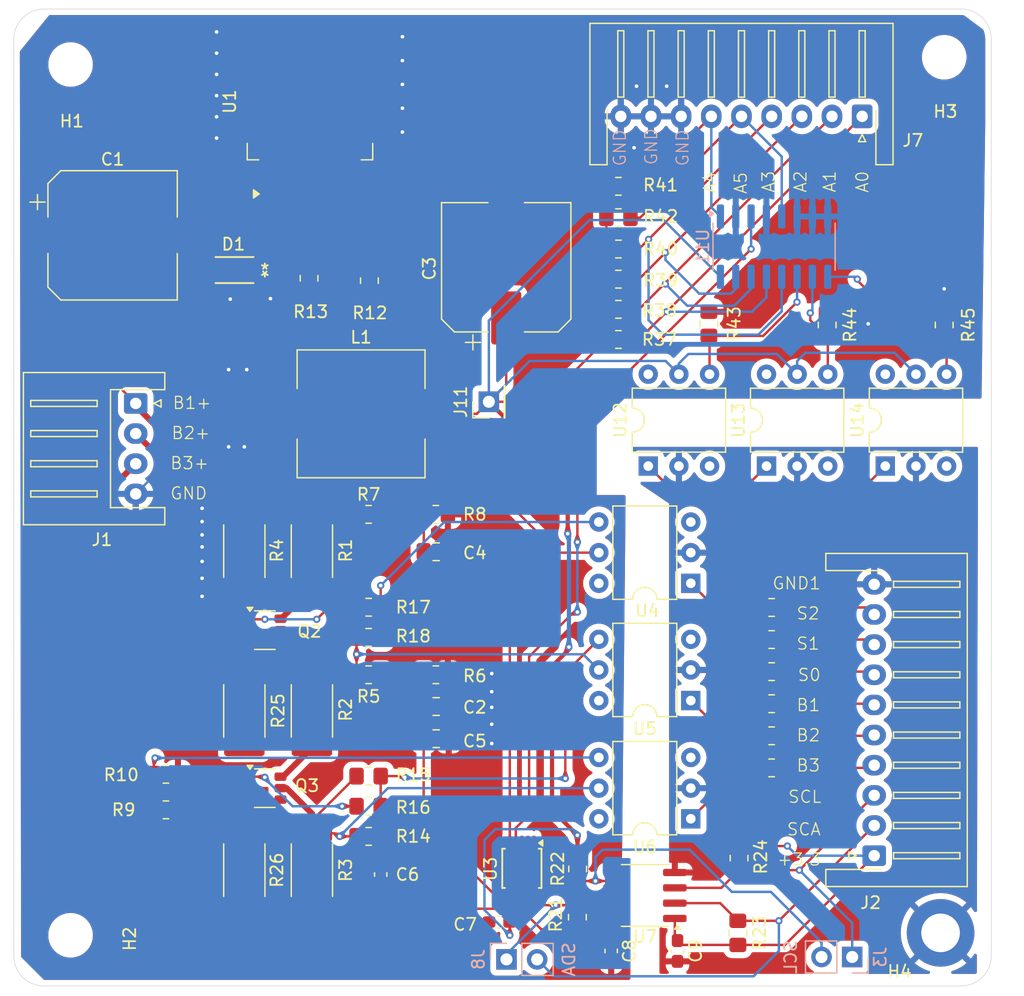
<source format=kicad_pcb>
(kicad_pcb (version 20240108) (generator "pcbnew") (generator_version "8.0")
  (layers (0 "F.Cu" signal) (31 "B.Cu" signal) (34 "B.Paste" user) (35 "F.Paste" user) (36 "B.SilkS" user "B.Silkscreen") (37 "F.SilkS" user "F.Silkscreen") (38 "B.Mask" user) (39 "F.Mask" user) (44 "Edge.Cuts" user))
  (net 0 "")
  (net 1 "B1+")
  (net 2 "V2")
  (net 3 "V1")
  (net 4 "V3")
  (net 5 "+5V")
  (net 6 "+3.3V")
  (net 7 "GND1")
  (net 8 "Net-(D1-K)")
  (net 9 "B2+")
  (net 10 "B3+")
  (net 11 "balance2")
  (net 12 "SDA")
  (net 13 "Sel1")
  (net 14 "SCL")
  (net 15 "balance3")
  (net 16 "balance1")
  (net 17 "Sel2")
  (net 18 "Net-(J3-Pin_2)")
  (net 19 "A4")
  (net 20 "A3")
  (net 21 "A1")
  (net 22 "A5")
  (net 23 "A0")
  (net 24 "A2")
  (net 25 "Net-(J8-Pin_1)")
  (net 28 "Net-(Q2-G1)")
  (net 29 "Net-(Q2-D1)")
  (net 31 "Net-(Q3-G1)")
  (net 32 "Net-(Q3-D1)")
  (net 33 "D2")
  (net 34 "G2")
  (net 35 "Net-(R10-Pad2)")
  (net 36 "Net-(R11-Pad1)")
  (net 37 "Net-(U1-FB)")
  (net 38 "Net-(R15-Pad2)")
  (net 39 "Net-(R17-Pad2)")
  (net 40 "Net-(R19-Pad1)")
  (net 41 "Net-(R20-Pad1)")
  (net 42 "Net-(U11-S0)")
  (net 43 "Net-(U11-S1)")
  (net 44 "Net-(U11-S2)")
  (net 45 "Net-(R46-Pad1)")
  (net 46 "Net-(R47-Pad1)")
  (net 47 "Net-(R48-Pad1)")
  (net 49 "TempOut")
  (net 62 "Sel0")
  (net 63 "S2")
  (footprint "Capacitor_SMD:C_0603_1608Metric_Pad1.08x0.95mm_HandSolder" (layer "F.Cu") (at 160.7 131.6 -90)
    (property "Reference" "C8")
    (property "Value" "0.1u")
  )
  (footprint "MountingHole:MountingHole_3.2mm_M3" (layer "F.Cu") (at 115.9 130.3)
    (property "Reference" "H2")
    (property "Value" "MountingHole")
  )
  (footprint "Package_DIP:DIP-6_W7.62mm" (layer "F.Cu") (at 173.575 91.4 90)
    (property "Reference" "U13")
    (property "Value" "4N35")
  )
  (footprint "Capacitor_SMD:CP_Elec_10x10.5" (layer "F.Cu") (at 152.0042 74.9142 90)
    (property "Reference" "C3")
    (property "Value" "470uF")
  )
  (footprint "Resistor_SMD:R_0805_2012Metric_Pad1.20x1.40mm_HandSolder" (layer "F.Cu") (at 123.8 116.95 180)
    (property "Reference" "R10")
    (property "Value" "10k")
  )
  (footprint "Resistor_SMD:R_0805_2012Metric_Pad1.20x1.40mm_HandSolder" (layer "F.Cu") (at 140.6 117.1)
    (property "Reference" "R15")
    (property "Value" "10k")
  )
  (footprint "Resistor_SMD:R_0805_2012Metric_Pad1.20x1.40mm_HandSolder" (layer "F.Cu") (at 140.6 108.7)
    (property "Reference" "R5")
    (property "Value" "100k")
  )
  (footprint "Package_DIP:DIP-6_W7.62mm" (layer "F.Cu") (at 163.775 91.4 90)
    (property "Reference" "U12")
    (property "Value" "4N35")
  )
  (footprint "Inductor_SMD:L_10.4x10.4_H4.8" (layer "F.Cu") (at 139.9742 87.0642)
    (property "Reference" "L1")
    (property "Value" "47uH")
  )
  (footprint "Resistor_SMD:R_0805_2012Metric_Pad1.20x1.40mm_HandSolder" (layer "F.Cu") (at 146.17 95.4)
    (property "Reference" "R8")
    (property "Value" "100k")
  )
  (footprint "Resistor_SMD:R_0805_2012Metric_Pad1.20x1.40mm_HandSolder" (layer "F.Cu") (at 161.3 70.8)
    (property "Reference" "R42")
    (property "Value" "10k")
  )
  (footprint "Resistor_SMD:R_2512_6332Metric_Pad1.40x3.35mm_HandSolder" (layer "F.Cu") (at 135.9 124.9 -90)
    (property "Reference" "R3")
    (property "Value" "20")
  )
  (footprint "Capacitor_SMD:CP_Elec_10x10.5" (layer "F.Cu") (at 119.3842 72.2642)
    (property "Reference" "C1")
    (property "Value" "470uF")
  )
  (footprint "Capacitor_SMD:C_0603_1608Metric_Pad1.08x0.95mm_HandSolder" (layer "F.Cu") (at 166.2 131.6 -90)
    (property "Reference" "C9")
    (property "Value" "0.1u")
  )
  (footprint "Resistor_SMD:R_0805_2012Metric_Pad1.20x1.40mm_HandSolder" (layer "F.Cu") (at 140.6 122.1)
    (property "Reference" "R14")
    (property "Value" "1.8k")
  )
  (footprint "Resistor_SMD:R_2512_6332Metric_Pad1.40x3.35mm_HandSolder" (layer "F.Cu") (at 130.3 98.45 -90)
    (property "Reference" "R4")
    (property "Value" "20")
  )
  (footprint "Resistor_SMD:R_0805_2012Metric_Pad1.20x1.40mm_HandSolder" (layer "F.Cu") (at 171.3 123.9 90)
    (property "Reference" "R24")
    (property "Value" "1.8k")
  )
  (footprint "MountingHole:MountingHole_3.2mm_M3" (layer "F.Cu") (at 188.3 57.5)
    (property "Reference" "H3")
    (property "Value" "MountingHole")
  )
  (footprint "Resistor_SMD:R_2512_6332Metric_Pad1.40x3.35mm_HandSolder" (layer "F.Cu") (at 130.3 111.7 -90)
    (property "Reference" "R25")
    (property "Value" "20")
  )
  (footprint "Resistor_SMD:R_0805_2012Metric_Pad1.20x1.40mm_HandSolder" (layer "F.Cu") (at 140.6 105.6)
    (property "Reference" "R18")
    (property "Value" "10k")
  )
  (footprint "Capacitor_SMD:C_0603_1608Metric_Pad1.08x0.95mm_HandSolder" (layer "F.Cu") (at 151.4375 129.2 180)
    (property "Reference" "C7")
    (property "Value" "0.1u")
  )
  (footprint "Package_DIP:DIP-6_W7.62mm" (layer "F.Cu") (at 167.3 120.64 180)
    (property "Reference" "U6")
    (property "Value" "4N35")
  )
  (footprint "MountingHole:MountingHole_3.2mm_M3" (layer "F.Cu") (at 115.9 58.1)
    (property "Reference" "H1")
    (property "Value" "MountingHole")
  )
  (footprint "Package_SO:SOIC-8_3.9x4.9mm_P1.27mm" (layer "F.Cu") (at 163.5 127 180)
    (property "Reference" "U7")
    (property "Value" "ISO1540")
  )
  (footprint "Resistor_SMD:R_0805_2012Metric_Pad1.20x1.40mm_HandSolder" (layer "F.Cu") (at 168.8 79.6 90)
    (property "Reference" "R43")
    (property "Value" "10k")
  )
  (footprint "Custom:SOD_34FA_ONS" (layer "F.Cu") (at 129.4871 75.1442 180)
    (property "Reference" "D1")
    (property "Value" "SS34")
  )
  (footprint "Resistor_SMD:R_0805_2012Metric_Pad1.20x1.40mm_HandSolder" (layer "F.Cu") (at 161.3 80.9)
    (property "Reference" "R37")
    (property "Value" "10k")
  )
  (footprint "Resistor_SMD:R_0805_2012Metric_Pad1.20x1.40mm_HandSolder" (layer "F.Cu") (at 146.17 108.7)
    (property "Reference" "R6")
    (property "Value" "100k")
  )
  (footprint "Package_TO_SOT_SMD:SuperSOT-6" (layer "F.Cu") (at 132 118.1)
    (property "Reference" "Q3")
    (property "Value" "FDC6305N")
  )
  (footprint "Resistor_SMD:R_0805_2012Metric_Pad1.20x1.40mm_HandSolder" (layer "F.Cu") (at 135.6642 75.8242 90)
    (property "Reference" "R13")
    (property "Value" "1.8k")
  )
  (footprint "Capacitor_SMD:C_0805_2012Metric_Pad1.18x1.45mm_HandSolder" (layer "F.Cu") (at 146.2 111.335)
    (property "Reference" "C2")
    (property "Value" "100p")
  )
  (footprint "Resistor_SMD:R_0805_2012Metric_Pad1.20x1.40mm_HandSolder" (layer "F.Cu") (at 140.6 119.6)
    (property "Reference" "R16")
    (property "Value" "1.8k")
  )
  (footprint "Connector_PinHeader_2.54mm:PinHeader_1x01_P2.54mm_Vertical" (layer "F.Cu") (at 150.5642 86.0642 90)
    (property "Reference" "J11")
    (property "Value" "5V")
  )
  (footprint "Connector_JST:JST_XH_S4B-XH-A_1x04_P2.50mm_Horizontal" (layer "F.Cu") (at 121.3 86.2 -90)
    (property "Reference" "J1")
    (property "Value" "Conn_01x04_Socket(Battery terminal)")
  )
  (footprint "Resistor_SMD:R_0805_2012Metric_Pad1.20x1.40mm_HandSolder" (layer "F.Cu") (at 188.3 79.7 90)
    (property "Reference" "R45")
    (property "Value" "10k")
  )
  (footprint "Capacitor_SMD:C_0805_2012Metric_Pad1.18x1.45mm_HandSolder" (layer "F.Cu") (at 146.2 98.5)
    (property "Reference" "C4")
    (property "Value" "300p")
  )
  (footprint "Resistor_SMD:R_0805_2012Metric_Pad1.20x1.40mm_HandSolder" (layer "F.Cu") (at 174 103.12)
    (property "Reference" "R48" (hide yes))
    (property "Value" "220")
  )
  (footprint "Resistor_SMD:R_0805_2012Metric_Pad1.20x1.40mm_HandSolder" (layer "F.Cu") (at 140.6 95.4)
    (property "Reference" "R7")
    (property "Value" "200k")
  )
  (footprint "Capacitor_SMD:C_0805_2012Metric_Pad1.18x1.45mm_HandSolder" (layer "F.Cu") (at 146.2 114)
    (property "Reference" "C5")
    (property "Value" "300p")
  )
  (footprint "MountingHole:MountingHole_3.2mm_M3_DIN965_Pad" (layer "F.Cu") (at 188 130.1)
    (property "Reference" "H4")
    (property "Value" "MountingHole_Pad")
  )
  (footprint "Resistor_SMD:R_2512_6332Metric_Pad1.40x3.35mm_HandSolder" (layer "F.Cu") (at 135.9 98.45 -90)
    (property "Reference" "R1")
    (property "Value" "20")
  )
  (footprint "Resistor_SMD:R_0805_2012Metric_Pad1.20x1.40mm_HandSolder" (layer "F.Cu") (at 171.2 130.1 -90)
    (property "Reference" "R23")
    (property "Value" "1.8k")
  )
  (footprint "Resistor_SMD:R_0805_2012Metric_Pad1.20x1.40mm_HandSolder" (layer "F.Cu") (at 161.3 75.9)
    (property "Reference" "R39")
    (property "Value" "10k")
  )
  (footprint "Resistor_SMD:R_0805_2012Metric_Pad1.20x1.40mm_HandSolder" (layer "F.Cu") (at 161.3 73.4)
    (property "Reference" "R40")
    (property "Value" "10k")
  )
  (footprint "Resistor_SMD:R_0805_2012Metric_Pad1.20x1.40mm_HandSolder" (layer "F.Cu") (at 174 116.42)
    (property "Reference" "R11" (hide yes))
    (property "Value" "220")
  )
  (footprint "Resistor_SMD:R_0805_2012Metric_Pad1.20x1.40mm_HandSolder" (layer "F.Cu") (at 161.3 78.4)
    (property "Reference" "R38")
    (property "Value" "10k")
  )
  (footprint "Resistor_SMD:R_0805_2012Metric_Pad1.20x1.40mm_HandSolder" (layer "F.Cu") (at 157.9 128.8 -90)
    (property "Reference" "R21")
    (property "Value" "1.8k")
  )
  (footprint "Resistor_SMD:R_0805_2012Metric_Pad1.20x1.40mm_HandSolder" (layer "F.Cu") (at 178.6 79.7 90)
    (property "Reference" "R44")
    (property "Value" "10k")
  )
  (footprint "Resistor_SMD:R_0805_2012Metric_Pad1.20x1.40mm_HandSolder" (layer "F.Cu") (at 140.6 103.1)
    (property "Reference" "R17")
    (property "Value" "1.8k")
  )
  (footprint "Resistor_SMD:R_0805_2012Metric_Pad1.20x1.40mm_HandSolder" (layer "F.Cu") (at 123.8 119.9 180)
    (property "Reference" "R9")
    (property "Value" "1.8k")
  )
  (footprint "Resistor_SMD:R_0805_2012Metric_Pad1.20x1.40mm_HandSolder" (layer "F.Cu") (at 174 105.78)
    (property "Reference" "R47" (hide yes))
    (property "Value" "220")
  )
  (footprint "Package_DIP:DIP-6_W7.62mm" (layer "F.Cu") (at 183.42 91.4 90)
    (property "Reference" "U14")
    (property "Value" "4N35")
  )
  (footprint "Connector_JST:JST_XH_S10B-XH-A-1_1x10_P2.50mm_Horizontal" (layer "F.Cu") (at 182.5 123.7 90)
    (property "Reference" "J2")
    (property "Value" "Conn_01x10_Socket(Control)")
  )
  (footprint "Resistor_SMD:R_0805_2012Metric_Pad1.20x1.40mm_HandSolder" (layer "F.Cu") (at 174 111.1)
    (property "Reference" "R20" (hide yes))
    (property "Value" "220")
  )
  (footprint "Package_TO_SOT_SMD:TO-263-5_TabPin3" (layer "F.Cu") (at 135.7392 61.1792 90)
    (property "Reference" "U1")
    (property "Value" "LM2576T-ADJ")
  )
  (footprint "Package_SO:TSSOP-10_3x3mm_P0.5mm" (layer "F.Cu") (at 153.3 124.75 -90)
    (property "Reference" "U3")
    (property "Value" "ADS1115IDGS")
  )
  (footprint "Resistor_SMD:R_0805_2012Metric_Pad1.20x1.40mm_HandSolder" (layer "F.Cu") (at 174 108.44)
    (property "Reference" "R46" (hide yes))
    (property "Value" "220")
  )
  (footprint "Resistor_SMD:R_2512_6332Metric_Pad1.40x3.35mm_HandSolder" (layer "F.Cu") (at 135.9 111.7 -90)
    (property "Reference" "R2")
    (property "Value" "20")
  )
  (footprint "Connector_JST:JST_XH_S9B-XH-A-1_1x09_P2.50mm_Horizontal" (layer "F.Cu") (at 181.5 62.4 180)
    (property "Reference" "J7")
    (property "Value" "Conn_01x09_Socket(temp)")
  )
  (footprint "Package_DIP:DIP-6_W7.62mm" (layer "F.Cu") (at 167.3 110.84 180)
    (property "Reference" "U5")
    (property "Value" "4N35")
  )
  (footprint "Package_TO_SOT_SMD:SuperSOT-6" (layer "F.Cu") (at 132 105)
    (property "Reference" "Q2")
    (property "Value" "FDC6305N")
  )
  (footprint "Resistor_SMD:R_0805_2012Metric_Pad1.20x1.40mm_HandSolder" (layer "F.Cu") (at 140.6642 76.0242 -90)
    (property "Reference" "R12")
    (property "Value" "5.5k")
  )
  (footprint "Capacitor_SMD:C_0603_1608Metric_Pad1.08x0.95mm_HandSolder" (layer "F.Cu") (at 141.6 125.2625 -90)
    (property "Reference" "C6")
    (property "Value" "10n")
  )
  (footprint "Resistor_SMD:R_0805_2012Metric_Pad1.20x1.40mm_HandSolder" (layer "F.Cu") (at 157.925 124.8 90)
    (property "Reference" "R22")
    (property "Value" "1.8k")
  )
  (footprint "Resistor_SMD:R_0805_2012Metric_Pad1.20x1.40mm_HandSolder" (layer "F.Cu") (at 174 113.76)
    (property "Reference" "R19" (hide yes))
    (property "Value" "220")
  )
  (footprint "Resistor_SMD:R_0805_2012Metric_Pad1.20x1.40mm_HandSolder" (layer "F.Cu") (at 161.3 68.2)
    (property "Reference" "R41")
    (property "Value" "10k")
  )
  (footprint "Resistor_SMD:R_2512_6332Metric_Pad1.40x3.35mm_HandSolder" (layer "F.Cu") (at 130.3 124.9 -90)
    (property "Reference" "R26")
    (property "Value" "20")
  )
  (footprint "Package_DIP:DIP-6_W7.62mm" (layer "F.Cu") (at 167.3 101.115 180)
    (property "Reference" "U4")
    (property "Value" "4N35")
  )
  (footprint "Package_SO:SOP-16_3.9x9.9mm_P1.27mm" (layer "B.Cu") (at 174.2 73.2 -90)
    (property "Reference" "U11")
    (property "Value" "74HC4051")
  )
  (footprint "Connector_PinHeader_2.54mm:PinHeader_1x02_P2.54mm_Vertical" (layer "B.Cu") (at 152.025 132.3 -90)
    (property "Reference" "J8")
    (property "Value" "SDA")
  )
  (footprint "Connector_PinHeader_2.54mm:PinHeader_1x02_P2.54mm_Vertical" (layer "B.Cu") (at 180.675 132.1 90)
    (property "Reference" "J3")
    (property "Value" "SCL")
  )
  (gr_arc (start 111.2 56) (mid 111.932233 54.232233) (end 113.7 53.5) (stroke (width 0.05)) (layer "Edge.Cuts"))
  (gr_line (start 113.7 53.5) (end 189.7 53.5) (stroke (width 0.05)) (layer "Edge.Cuts"))
  (gr_line (start 192.2 56) (end 192.2 132) (stroke (width 0.05)) (layer "Edge.Cuts"))
  (gr_line (start 189.7 134.5) (end 113.7 134.5) (stroke (width 0.05)) (layer "Edge.Cuts"))
  (gr_line (start 111.2 132) (end 111.2 56) (stroke (width 0.05)) (layer "Edge.Cuts"))
  (gr_arc (start 192.2 132) (mid 191.467767 133.767767) (end 189.7 134.5) (stroke (width 0.05)) (layer "Edge.Cuts"))
  (gr_arc (start 113.7 134.5) (mid 111.932233 133.767767) (end 111.2 132) (stroke (width 0.05)) (layer "Edge.Cuts"))
  (gr_arc (start 189.7 53.5) (mid 191.467767 54.232233) (end 192.2 56) (stroke (width 0.05)) (layer "Edge.Cuts"))
  (gr_text "GND\n" (at 164.6 66.5 90) (layer "B.SilkS") (effects (font (size 1 1) (thickness 0.1)) (justify left bottom)))
  (gr_text "GND\n" (at 162 66.6 90) (layer "B.SilkS") (effects (font (size 1 1) (thickness 0.1)) (justify left bottom)))
  (gr_text "GND\n" (at 167.2 66.6 90) (layer "B.SilkS") (effects (font (size 1 1) (thickness 0.1)) (justify left bottom)))
  (gr_text "A3\n" (at 174.31657 68.784165 90) (layer "F.SilkS") (effects (font (size 1 1) (thickness 0.1)) (justify left bottom)))
  (gr_text "B2" (at 176 114.3 0) (layer "F.SilkS") (effects (font (size 1 1) (thickness 0.1)) (justify left bottom)))
  (gr_text "B3\n" (at 176 116.8 0) (layer "F.SilkS") (effects (font (size 1 1) (thickness 0.1)) (justify left bottom)))
  (gr_text "B1\n" (at 176 111.8 0) (layer "F.SilkS") (effects (font (size 1 1) (thickness 0.1)) (justify left bottom)))
  (gr_text "+3.3" (at 174.4 124.6 0) (layer "F.SilkS") (effects (font (size 1 1) (thickness 0.1)) (justify left bottom)))
  (gr_text "B1+\n" (at 124.3 86.7395 0) (layer "F.SilkS") (effects (font (size 1 1) (thickness 0.1)) (justify left bottom)))
  (gr_text "SCL\n" (at 175.3 119.4 0) (layer "F.SilkS") (effects (font (size 1 1) (thickness 0.1)) (justify left bottom)))
  (gr_text "S0\n" (at 176.1 109.3 0) (layer "F.SilkS") (effects (font (size 1 1) (thickness 0.1)) (justify left bottom)))
  (gr_text "GND\n" (at 124.1 94.2395 0) (layer "F.SilkS") (effects (font (size 1 1) (thickness 0.1)) (justify left bottom)))
  (gr_text "S1" (at 176 106.7 0) (layer "F.SilkS") (effects (font (size 1 1) (thickness 0.1)) (justify left bottom)))
  (gr_text "B2+" (at 124.2 89.2395 0) (layer "F.SilkS") (effects (font (size 1 1) (thickness 0.1)) (justify left bottom)))
  (gr_text "A0\n" (at 182.1 68.8 90) (layer "F.SilkS") (effects (font (size 1 1) (thickness 0.1)) (justify left bottom)))
  (gr_text "S2\n" (at 176 104.2 0) (layer "F.SilkS") (effects (font (size 1 1) (thickness 0.1)) (justify left bottom)))
  (gr_text "A1\n" (at 179.385802 68.771771 90) (layer "F.SilkS") (effects (font (size 1 1) (thickness 0.1)) (justify left bottom)))
  (gr_text "B3+\n" (at 124.1 91.7395 0) (layer "F.SilkS") (effects (font (size 1 1) (thickness 0.1)) (justify left bottom)))
  (gr_text "A2\n" (at 176.968931 68.784165 90) (layer "F.SilkS") (effects (font (size 1 1) (thickness 0.1)) (justify left bottom)))
  (gr_text "SCA" (at 175.2 122.1 0) (layer "F.SilkS") (effects (font (size 1 1) (thickness 0.1)) (justify left bottom)))
  (gr_text "A4\n" (at 169.458039 68.833742 90) (layer "F.SilkS") (effects (font (size 1 1) (thickness 0.1)) (justify left bottom)))
  (gr_text "A5\n" (at 172.023641 68.895713 90) (layer "F.SilkS") (effects (font (size 1 1) (thickness 0.1)) (justify left bottom)))
  (gr_text "GND1" (at 174 101.7 0) (layer "F.SilkS") (effects (font (size 1 1) (thickness 0.1)) (justify left bottom)))
  (segment (start 156.275 98.575) (end 151.3 93.6) (width 0.2) (layer "F.Cu") (net 1))
  (segment (start 115.1842 72.2642) (end 118.6192 68.8292) (width 0.2) (layer "F.Cu") (net 1))
  (segment (start 118.6192 68.8292) (end 132.3392 68.8292) (width 0.2) (layer "F.Cu") (net 1))
  (segment (start 135.9 95.4) (end 130.3 95.4) (width 0.5) (layer "F.Cu") (net 1))
  (segment (start 141.4 93.6) (end 139.6 95.4) (width 0.2) (layer "F.Cu") (net 1))
  (segment (start 121.3 86.2) (end 115.1842 80.0842) (width 0.2) (layer "F.Cu") (net 1))
  (segment (start 159.68 98.575) (end 156.275 98.575) (width 0.2) (layer "F.Cu") (net 1))
  (segment (start 115.1842 80.0842) (end 115.1842 72.2642) (width 0.2) (layer "F.Cu") (net 1))
  (segment (start 139.6 95.4) (end 135.9 95.4) (width 0.2) (layer "F.Cu") (net 1))
  (segment (start 121.3 86.2) (end 121.3 86.4) (width 0.2) (layer "F.Cu") (net 1))
  (segment (start 121.3 86.4) (end 130.3 95.4) (width 0.5) (layer "F.Cu") (net 1))
  (segment (start 114.2342 73.2142) (end 115.1842 72.2642) (width 0.2) (layer "F.Cu") (net 1))
  (segment (start 151.3 93.6) (end 141.4 93.6) (width 0.2) (layer "F.Cu") (net 1))
  (segment (start 151 126.9) (end 145.1625 121.0625) (width 0.2) (layer "F.Cu") (net 2))
  (segment (start 141.6 108.7) (end 145.17 108.7) (width 0.2) (layer "F.Cu") (net 2))
  (segment (start 145.17 108.7) (end 145.17 113.9925) (width 0.2) (layer "F.Cu") (net 2))
  (segment (start 152.3 126.9) (end 151 126.9) (width 0.2) (layer "F.Cu") (net 2))
  (segment (start 145.1625 121.0625) (end 145.1625 114) (width 0.2) (layer "F.Cu") (net 2))
  (segment (start 145.17 113.9925) (end 145.1625 114) (width 0.2) (layer "F.Cu") (net 2))
  (segment (start 145.17 95.4) (end 145.17 98.4925) (width 0.2) (layer "F.Cu") (net 3))
  (segment (start 141.6 95.4) (end 145.17 95.4) (width 0.2) (layer "F.Cu") (net 3))
  (segment (start 152.3 105.6375) (end 152.3 122.6) (width 0.2) (layer "F.Cu") (net 3))
  (segment (start 145.17 98.4925) (end 145.1625 98.5) (width 0.2) (layer "F.Cu") (net 3))
  (segment (start 145.1625 98.5) (end 152.3 105.6375) (width 0.2) (layer "F.Cu") (net 3))
  (segment (start 152.8 126.9) (end 152.8 127.7) (width 0.2) (layer "F.Cu") (net 4))
  (segment (start 152.8 127.7) (end 152.4 128.1) (width 0.2) (layer "F.Cu") (net 4))
  (segment (start 145.3 128.1) (end 141.6 124.4) (width 0.2) (layer "F.Cu") (net 4))
  (segment (start 141.6 122.1) (end 141.6 124.4) (width 0.2) (layer "F.Cu") (net 4))
  (segment (start 152.4 128.1) (end 145.3 128.1) (width 0.2) (layer "F.Cu") (net 4))
  (segment (start 155.8 108) (end 155.8 119.9) (width 0.35) (layer "F.Cu") (net 5))
  (segment (start 150.5642 86.0642) (end 157.1 92.6) (width 0.35) (layer "F.Cu") (net 5))
  (segment (start 157.9 122) (end 157.925 122.025) (width 0.2) (layer "F.Cu") (net 5))
  (segment (start 144.1242 78.4842) (end 144.1242 87.0642) (width 0.2) (layer "F.Cu") (net 5))
  (segment (start 152.3 130.3) (end 152.3 130.2) (width 0.2) (layer "F.Cu") (net 5))
  (segment (start 152.3 129.2) (end 152.3 130.3) (width 0.2) (layer "F.Cu") (net 5))
  (segment (start 157.925 123.8) (end 157.9 122) (width 0.35) (layer "F.Cu") (net 5))
  (segment (start 157.9 129.8) (end 154.9 129.8) (width 0.2) (layer "F.Cu") (net 5))
  (segment (start 149.5642 87.0642) (end 150.5642 86.0642) (width 0.2) (layer "F.Cu") (net 5))
  (segment (start 152.0042 79.1142) (end 147.9142 75.0242) (width 0.2) (layer "F.Cu") (net 5))
  (segment (start 161.025 130.4125) (end 160.7 130.7375) (width 0.2) (layer "F.Cu") (net 5))
  (segment (start 157.2 106.4) (end 157.2 106.6) (width 0.35) (layer "F.Cu") (net 5))
  (segment (start 158.795 128.905) (end 157.9 129.8) (width 0.2) (layer "F.Cu") (net 5))
  (segment (start 144.1242 87.0642) (end 149.5642 87.0642) (width 0.2) (layer "F.Cu") (net 5))
  (segment (start 154.9 129.8) (end 153.3 128.2) (width 0.2) (layer "F.Cu") (net 5))
  (segment (start 140.6642 75.0242) (end 144.1242 78.4842) (width 0.2) (layer "F.Cu") (net 5))
  (segment (start 155.1358 86.0642) (end 150.5642 86.0642) (width 0.2) (layer "F.Cu") (net 5))
  (segment (start 161.025 128.905) (end 158.795 128.905) (width 0.2) (layer "F.Cu") (net 5))
  (segment (start 157.1 97) (end 157.1 96.9) (width 0.35) (layer "F.Cu") (net 5))
  (segment (start 147.9142 75.0242) (end 140.6642 75.0242) (width 0.2) (layer "F.Cu") (net 5))
  (segment (start 153.3 128.2) (end 153.3 126.9) (width 0.2) (layer "F.Cu") (net 5))
  (segment (start 157.1 92.6) (end 157.1 93.2) (width 0.35) (layer "F.Cu") (net 5))
  (segment (start 157.2 106.6) (end 155.8 108) (width 0.35) (layer "F.Cu") (net 5))
  (segment (start 161.025 128.905) (end 161.025 130.4125) (width 0.2) (layer "F.Cu") (net 5))
  (segment (start 155.8 119.9) (end 157.9 122) (width 0.35) (layer "F.Cu") (net 5))
  (segment (start 160.3 80.9) (end 160.3 68.2) (width 0.2) (layer "F.Cu") (net 5))
  (segment (start 152.0042 84.6242) (end 150.5642 86.0642) (width 0.2) (layer "F.Cu") (net 5))
  (segment (start 152.3 129.2) (end 153.3 128.2) (width 0.2) (layer "F.Cu") (net 5))
  (segment (start 152.0042 79.1142) (end 152.0042 84.6242) (width 0.2) (layer "F.Cu") (net 5))
  (segment (start 157.1 93.2) (end 157.1 97) (width 0.35) (layer "F.Cu") (net 5))
  (segment (start 155.1358 86.0642) (end 160.3 80.9) (width 0.2) (layer "F.Cu") (net 5))
  (via (at 157.2 106.4) (size 0.6) (drill 0.3) (layers "F.Cu" "B.Cu") (net 5))
  (via (at 152.3 130.3) (size 0.6) (drill 0.3) (layers "F.Cu" "B.Cu") (net 5))
  (via (at 157.9 122) (size 0.6) (drill 0.3) (layers "F.Cu" "B.Cu") (net 5))
  (via (at 157.1 97) (size 0.6) (drill 0.3) (layers "F.Cu" "B.Cu") (net 5))
  (segment (start 151.1 121.5) (end 157.5 121.5) (width 0.2) (layer "B.Cu") (net 5))
  (segment (start 157.5 121.5) (end 157.8 121.8) (width 0.2) (layer "B.Cu") (net 5))
  (segment (start 153.9484 82.68) (end 165.215 82.68) (width 0.2) (layer "B.Cu") (net 5))
  (segment (start 165.215 82.68) (end 166.315 83.78) (width 0.2) (layer "B.Cu") (net 5))
  (segment (start 158.9 71) (end 150.5642 79.3358) (width 0.2) (layer "B.Cu") (net 5))
  (segment (start 165.055 71) (end 158.9 71) (width 0.2) (layer "B.Cu") (net 5))
  (segment (start 157.2 97.1) (end 157.1 97) (width 0.35) (layer "B.Cu") (net 5))
  (segment (start 184.18 82) (end 185.96 83.78) (width 0.2) (layer "B.Cu") (net 5))
  (segment (start 152.3 130.3) (end 150.2 128.2) (width 0.2) (layer "B.Cu") (net 5))
  (segment (start 166.315 82.885) (end 167.1 82.1) (width 0.2) (layer "B.Cu") (net 5))
  (segment (start 174.435 82.1) (end 176.115 83.78) (width 0.2) (layer "B.Cu") (net 5))
  (segment (start 166.315 83.78) (end 166.315 82.885) (width 0.2) (layer "B.Cu") (net 5))
  (segment (start 157.2 106.4) (end 157.2 97.1) (width 0.35) (layer "B.Cu") (net 5))
  (segment (start 169.755 75.7) (end 165.055 71) (width 0.2) (layer "B.Cu") (net 5))
  (segment (start 176.8 82) (end 184.18 82) (width 0.2) (layer "B.Cu") (net 5))
  (segment (start 176.115 82.685) (end 176.8 82) (width 0.2) (layer "B.Cu") (net 5))
  (segment (start 150.5642 86.0642) (end 153.9484 82.68) (width 0.2) (layer "B.Cu") (net 5))
  (segment (start 150.5642 79.3358) (end 150.5642 86.0642) (width 0.2) (layer "B.Cu") (net 5))
  (segment (start 176.115 83.78) (end 176.115 82.685) (width 0.2) (layer "B.Cu") (net 5))
  (segment (start 167.1 82.1) (end 174.435 82.1) (width 0.2) (layer "B.Cu") (net 5))
  (segment (start 150.2 122.4) (end 151.1 121.5) (width 0.2) (layer "B.Cu") (net 5))
  (segment (start 157.8 121.8) (end 157.8 121.9) (width 0.2) (layer "B.Cu") (net 5))
  (segment (start 150.2 128.2) (end 150.2 122.4) (width 0.2) (layer "B.Cu") (net 5))
  (segment (start 157.8 121.9) (end 157.9 122) (width 0.2) (layer "B.Cu") (net 5))
  (segment (start 175.1 131.1) (end 171.2 131.1) (width 0.2) (layer "F.Cu") (net 6))
  (segment (start 165.975 130.5125) (end 166.2 130.7375) (width 0.2) (layer "F.Cu") (net 6))
  (segment (start 166.5625 131.1) (end 166.2 130.7375) (width 0.2) (layer "F.Cu") (net 6))
  (segment (start 171.2 131.1) (end 166.5625 131.1) (width 0.2) (layer "F.Cu") (net 6))
  (segment (start 182.5 123.7) (end 175.1 131.1) (width 0.2) (layer "F.Cu") (net 6))
  (segment (start 171.3 122.9) (end 175.3 122.9) (width 0.2) (layer "F.Cu") (net 6))
  (segment (start 165.975 128.905) (end 165.975 130.5125) (width 0.2) (layer "F.Cu") (net 6))
  (via (at 175.3 122.9) (size 0.6) (drill 0.3) (layers "F.Cu" "B.Cu") (net 6))
  (segment (start 176.1 123.7) (end 175.3 122.9) (width 0.2) (layer "B.Cu") (net 6))
  (segment (start 182.5 123.7) (end 176.1 123.7) (width 0.2) (layer "B.Cu") (net 6))
  (segment (start 134.0392 72.205) (end 134.0392 68.8292) (width 0.2) (layer "F.Cu") (net 8))
  (segment (start 131.1 80.9) (end 131.1 75.1442) (width 0.2) (layer "F.Cu") (net 8))
  (segment (start 135.8242 87.0642) (end 135.8242 85.6242) (width 0.2) (layer "F.Cu") (net 8))
  (segment (start 135.8242 85.6242) (end 131.1 80.9) (width 0.2) (layer "F.Cu") (net 8))
  (segment (start 131.1 75.1442) (end 134.0392 72.205) (width 0.2) (layer "F.Cu") (net 8))
  (segment (start 130.3 108.65) (end 135.9 108.65) (width 0.5) (layer "F.Cu") (net 9))
  (segment (start 133.8 105) (end 135.9 107.1) (width 0.5) (layer "F.Cu") (net 9))
  (segment (start 121.3 88.7) (end 124.9 92.3) (width 0.5) (layer "F.Cu") (net 9))
  (segment (start 124.9 103.25) (end 130.3 108.65) (width 0.5) (layer "F.Cu") (net 9))
  (segment (start 139.6 107) (end 139.6 108.7) (width 0.2) (layer "F.Cu") (net 9))
  (segment (start 139.6 108.7) (end 135.95 108.7) (width 0.2) (layer "F.Cu") (net 9))
  (segment (start 124.9 92.3) (end 124.9 103.25) (width 0.5) (layer "F.Cu") (net 9))
  (segment (start 135.9 107.1) (end 135.9 108.65) (width 0.5) (layer "F.Cu") (net 9))
  (segment (start 135.95 108.7) (end 135.9 108.65) (width 0.2) (layer "F.Cu") (net 9))
  (segment (start 139.6 107) (end 139.6 105.6) (width 0.2) (layer "F.Cu") (net 9))
  (segment (start 133.3 105) (end 133.8 105) (width 0.5) (layer "F.Cu") (net 9))
  (via (at 139.6 107) (size 0.6) (drill 0.3) (layers "F.Cu" "B.Cu") (net 9))
  (segment (start 158.38 107) (end 159.68 108.3) (width 0.2) (layer "B.Cu") (net 9))
  (segment (start 139.6 107) (end 158.38 107) (width 0.2) (layer "B.Cu") (net 9))
  (segment (start 133.8 118.1) (end 135.9 120.2) (width 0.5) (layer "F.Cu") (net 10))
  (segment (start 137.75 121.85) (end 135.9 121.85) (width 0.2) (layer "F.Cu") (net 10))
  (segment (start 139.7 125.65) (end 139.7 128.9) (width 0.5) (layer "F.Cu") (net 10))
  (segment (start 127 131.1) (end 115.7 119.8) (width 0.5) (layer "F.Cu") (net 10))
  (segment (start 135.9 120.2) (end 135.9 121.85) (width 0.5) (layer "F.Cu") (net 10))
  (segment (start 130.3 121.85) (end 135.9 121.85) (width 0.5) (layer "F.Cu") (net 10))
  (segment (start 139.6 117.1) (end 135.9 120.8) (width 0.2) (layer "F.Cu") (net 10))
  (segment (start 139.6 122.1) (end 138.2 122.1) (width 0.2) (layer "F.Cu") (net 10))
  (segment (start 115.7 119.8) (end 115.7 96.8) (width 0.5) (layer "F.Cu") (net 10))
  (segment (start 133.3 118.1) (end 133.8 118.1) (width 0.5) (layer "F.Cu") (net 10))
  (segment (start 135.9 121.85) (end 139.7 125.65) (width 0.5) (layer "F.Cu") (net 10))
  (segment (start 137.5 131.1) (end 127 131.1) (width 0.5) (layer "F.Cu") (net 10))
  (segment (start 139.7 128.9) (end 137.5 131.1) (width 0.5) (layer "F.Cu") (net 10))
  (segment (start 135.9 120.8) (end 135.9 121.85) (width 0.2) (layer "F.Cu") (net 10))
  (segment (start 136.15 122.1) (end 135.9 121.85) (width 0.2) (layer "F.Cu") (net 10))
  (segment (start 138 122.1) (end 137.75 121.85) (width 0.2) (layer "F.Cu") (net 10))
  (segment (start 138.2 122.1) (end 138 122.1) (width 0.2) (layer "F.Cu") (net 10))
  (segment (start 115.7 96.8) (end 121.3 91.2) (width 0.5) (layer "F.Cu") (net 10))
  (via (at 138.2 122.1) (size 0.6) (drill 0.3) (layers "F.Cu" "B.Cu") (net 10))
  (segment (start 142.2 118.1) (end 139 121.3) (width 0.2) (layer "B.Cu") (net 10))
  (segment (start 159.68 118.1) (end 142.2 118.1) (width 0.2) (layer "B.Cu") (net 10))
  (segment (start 139 121.3) (end 138.2 122.1) (width 0.2) (layer "B.Cu") (net 10))
  (segment (start 182.44 113.64) (end 182.5 113.7) (width 0.2) (layer "F.Cu") (net 11))
  (segment (start 182.44 113.76) (end 182.5 113.7) (width 0.2) (layer "F.Cu") (net 11))
  (segment (start 175 113.76) (end 182.44 113.76) (width 0.2) (layer "F.Cu") (net 11))
  (segment (start 174.6 129.1) (end 182.5 121.2) (width 0.2) (layer "F.Cu") (net 12))
  (segment (start 165.975 127.635) (end 169.735 127.635) (width 0.2) (layer "F.Cu") (net 12))
  (segment (start 171.2 129.1) (end 174.6 129.1) (width 0.2) (layer "F.Cu") (net 12))
  (segment (start 169.735 127.635) (end 171.2 129.1) (width 0.2) (layer "F.Cu") (net 12))
  (via (at 174.6 129.1) (size 0.6) (drill 0.3) (layers "F.Cu" "B.Cu") (net 12))
  (segment (start 174.6 129.1) (end 174.6 131.6) (width 0.2) (layer "B.Cu") (net 12))
  (segment (start 172.5 133.7) (end 155.965 133.7) (width 0.2) (layer "B.Cu") (net 12))
  (segment (start 155.965 133.7) (end 154.565 132.3) (width 0.2) (layer "B.Cu") (net 12))
  (segment (start 174.6 131.6) (end 172.5 133.7) (width 0.2) (layer "B.Cu") (net 12))
  (segment (start 181.96 105.66) (end 182.5 106.2) (width 0.2) (layer "F.Cu") (net 13))
  (segment (start 182.08 105.78) (end 182.5 106.2) (width 0.2) (layer "F.Cu") (net 13))
  (segment (start 175 105.78) (end 182.08 105.78) (width 0.2) (layer "F.Cu") (net 13))
  (segment (start 171.3 124.9) (end 176.3 124.9) (width 0.2) (layer "F.Cu") (net 14))
  (segment (start 176.3 124.9) (end 182.5 118.7) (width 0.2) (layer "F.Cu") (net 14))
  (segment (start 165.975 126.365) (end 169.835 126.365) (width 0.2) (layer "F.Cu") (net 14))
  (segment (start 169.835 126.365) (end 171.3 124.9) (width 0.2) (layer "F.Cu") (net 14))
  (via (at 176.3 124.9) (size 0.6) (drill 0.3) (layers "F.Cu" "B.Cu") (net 14))
  (segment (start 180.675 129.275) (end 180.675 132.1) (width 0.2) (layer "B.Cu") (net 14))
  (segment (start 176.3 124.9) (end 180.675 129.275) (width 0.2) (layer "B.Cu") (net 14))
  (segment (start 175 116.42) (end 182.28 116.42) (width 0.2) (layer "F.Cu") (net 15))
  (segment (start 182.28 116.42) (end 182.5 116.2) (width 0.2) (layer "F.Cu") (net 15))
  (segment (start 182.4 111.1) (end 182.5 111.2) (width 0.2) (layer "F.Cu") (net 16))
  (segment (start 175 111.1) (end 182.4 111.1) (width 0.2) (layer "F.Cu") (net 16))
  (segment (start 182.28 110.98) (end 182.5 111.2) (width 0.2) (layer "F.Cu") (net 16))
  (segment (start 175 103.12) (end 181.92 103.12) (width 0.2) (layer "F.Cu") (net 17))
  (segment (start 181.92 103.12) (end 182.5 103.7) (width 0.2) (layer "F.Cu") (net 17))
  (segment (start 159.4 125.8) (end 160.46 125.8) (width 0.2) (layer "F.Cu") (net 18))
  (segment (start 154.3 126.9) (end 156.825 126.9) (width 0.2) (layer "F.Cu") (net 18))
  (segment (start 157.925 125.8) (end 159.4 125.8) (width 0.2) (layer "F.Cu") (net 18))
  (segment (start 160.46 125.8) (end 161.025 126.365) (width 0.2) (layer "F.Cu") (net 18))
  (segment (start 156.825 126.9) (end 157.925 125.8) (width 0.2) (layer "F.Cu") (net 18))
  (via (at 159.4 125.8) (size 0.6) (drill 0.3) (layers "F.Cu" "B.Cu") (net 18))
  (segment (start 167.2 123.2) (end 170.7 126.7) (width 0.2) (layer "B.Cu") (net 18))
  (segment (start 159.4 123.8) (end 160 123.2) (width 0.2) (layer "B.Cu") (net 18))
  (segment (start 170.7 126.7) (end 173.937081 126.7) (width 0.2) (layer "B.Cu") (net 18))
  (segment (start 159.4 125.8) (end 159.4 123.8) (width 0.2) (layer "B.Cu") (net 18))
  (segment (start 173.937081 126.7) (end 178.135 130.897919) (width 0.2) (layer "B.Cu") (net 18))
  (segment (start 178.135 130.897919) (end 178.135 132.1) (width 0.2) (layer "B.Cu") (net 18))
  (segment (start 160 123.2) (end 167.2 123.2) (width 0.2) (layer "B.Cu") (net 18))
  (segment (start 163.2 68.2) (end 169 62.4) (width 0.2) (layer "F.Cu") (net 19))
  (segment (start 162.3 68.2) (end 163.2 68.2) (width 0.2) (layer "F.Cu") (net 19))
  (segment (start 169 62.4) (end 169 69.945) (width 0.2) (layer "B.Cu") (net 19))
  (segment (start 169 69.945) (end 169.755 70.7) (width 0.2) (layer "B.Cu") (net 19))
  (segment (start 163.8 72.6) (end 174 62.4) (width 0.2) (layer "F.Cu") (net 20))
  (segment (start 163 73.4) (end 163.8 72.6) (width 0.2) (layer "F.Cu") (net 20))
  (segment (start 162.3 73.4) (end 163 73.4) (width 0.2) (layer "F.Cu") (net 20))
  (via (at 163.8 72.6) (size 0.6) (drill 0.3) (layers "F.Cu" "B.Cu") (net 20))
  (segment (start 174.835 78.565) (end 174.6 78.8) (width 0.2) (layer "B.Cu") (net 20))
  (segment (start 163.8 79.3) (end 163.8 72.6) (width 0.2) (layer "B.Cu") (net 20))
  (segment (start 172.9 80.5) (end 165 80.5) (width 0.2) (layer "B.Cu") (net 20))
  (segment (start 174.835 75.7) (end 174.835 78.565) (width 0.2) (layer "B.Cu") (net 20))
  (segment (start 165 80.5) (end 163.8 79.3) (width 0.2) (layer "B.Cu") (net 20))
  (segment (start 174.6 78.8) (end 172.9 80.5) (width 0.2) (layer "B.Cu") (net 20))
  (segment (start 163 78.4) (end 164.2 77.2) (width 0.2) (layer "F.Cu") (net 21))
  (segment (start 162.3 78.4) (end 163 78.4) (width 0.2) (layer "F.Cu") (net 21))
  (segment (start 164.2 77.2) (end 179 62.4) (width 0.2) (layer "F.Cu") (net 21))
  (via (at 165.2 76.3) (size 0.6) (drill 0.3) (layers "F.Cu" "B.Cu") (net 21))
  (segment (start 172.295 76.699999) (end 172.295 75.7) (width 0.2) (layer "B.Cu") (net 21))
  (segment (start 165.2 76.3) (end 167 78.1) (width 0.2) (layer "B.Cu") (net 21))
  (segment (start 170.894999 78.1) (end 172.295 76.699999) (width 0.2) (layer "B.Cu") (net 21))
  (segment (start 167 78.1) (end 170.894999 78.1) (width 0.2) (layer "B.Cu") (net 21))
  (segment (start 163.1 70.8) (end 171.5 62.4) (width 0.2) (layer "F.Cu") (net 22))
  (segment (start 162.3 70.8) (end 163.1 70.8) (width 0.2) (layer "F.Cu") (net 22))
  (segment (start 171.5 62.4) (end 174.835 65.735) (width 0.2) (layer "B.Cu") (net 22))
  (segment (start 174.835 65.735) (end 174.835 70.7) (width 0.2) (layer "B.Cu") (net 22))
  (segment (start 181.5 62.4) (end 163 80.9) (width 0.2) (layer "F.Cu") (net 23))
  (segment (start 163 80.9) (end 162.3 80.9) (width 0.2) (layer "F.Cu") (net 23))
  (via (at 165.3 78.6) (size 0.6) (drill 0.3) (layers "F.Cu" "B.Cu") (net 23))
  (segment (start 165.3 78.6) (end 172.375552 78.6) (width 0.2) (layer "B.Cu") (net 23))
  (segment (start 172.375552 78.6) (end 173.565 77.410552) (width 0.2) (layer "B.Cu") (net 23))
  (segment (start 173.565 77.410552) (end 173.565 75.7) (width 0.2) (layer "B.Cu") (net 23))
  (segment (start 163 75.9) (end 176.5 62.4) (width 0.2) (layer "F.Cu") (net 24))
  (segment (start 162.3 75.9) (end 163 75.9) (width 0.2) (layer "F.Cu") (net 24))
  (via (at 165.2 73.7) (size 0.6) (drill 0.3) (layers "F.Cu" "B.Cu") (net 24))
  (segment (start 171.025 76.699999) (end 171.025 75.7) (width 0.2) (layer "B.Cu") (net 24))
  (segment (start 165.2 73.7) (end 165.2 74.3) (width 0.2) (layer "B.Cu") (net 24))
  (segment (start 170.624999 77.1) (end 171.025 76.699999) (width 0.2) (layer "B.Cu") (net 24))
  (segment (start 168 77.1) (end 170.624999 77.1) (width 0.2) (layer "B.Cu") (net 24))
  (segment (start 165.2 74.3) (end 168 77.1) (width 0.2) (layer "B.Cu") (net 24))
  (segment (start 157.9 127.8) (end 156.525 127.8) (width 0.2) (layer "F.Cu") (net 25))
  (segment (start 157.9 127.8) (end 160.86 127.8) (width 0.2) (layer "F.Cu") (net 25))
  (segment (start 153.8 126.9) (end 153.8 127.675) (width 0.2) (layer "F.Cu") (net 25))
  (segment (start 156.1 127.8) (end 157.9 127.8) (width 0.2) (layer "F.Cu") (net 25))
  (segment (start 153.8 127.675) (end 153.925 127.8) (width 0.2) (layer "F.Cu") (net 25))
  (segment (start 160.86 127.8) (end 161.025 127.635) (width 0.2) (layer "F.Cu") (net 25))
  (segment (start 153.925 127.8) (end 156.1 127.8) (width 0.2) (layer "F.Cu") (net 25))
  (via (at 156.1 127.8) (size 0.6) (drill 0.3) (layers "F.Cu" "B.Cu") (net 25))
  (segment (start 152.025 132.3) (end 152.025 131.875) (width 0.2) (layer "B.Cu") (net 25))
  (segment (start 152.025 131.875) (end 156.1 127.8) (width 0.2) (layer "B.Cu") (net 25))
  (segment (start 130.75 104.1) (end 130.7 104.05) (width 0.2) (layer "F.Cu") (net 28))
  (segment (start 137.3 103.1) (end 136.3 104.1) (width 0.2) (layer "F.Cu") (net 28))
  (segment (start 139.6 103.1) (end 137.3 103.1) (width 0.2) (layer "F.Cu") (net 28))
  (segment (start 132 104.1) (end 130.75 104.1) (width 0.2) (layer "F.Cu") (net 28))
  (via (at 136.3 104.1) (size 0.6) (drill 0.3) (layers "F.Cu" "B.Cu") (net 28))
  (via (at 132 104.1) (size 0.6) (drill 0.3) (layers "F.Cu" "B.Cu") (net 28))
  (segment (start 136.3 104.1) (end 132 104.1) (width 0.2) (layer "B.Cu") (net 28))
  (segment (start 130.3 101.5) (end 135.9 101.5) (width 0.5) (layer "F.Cu") (net 29))
  (segment (start 133.35 104.05) (end 135.9 101.5) (width 0.5) (layer "F.Cu") (net 29))
  (segment (start 133.3 104.05) (end 133.35 104.05) (width 0.5) (layer "F.Cu") (net 29))
  (segment (start 139.6 119.6) (end 138.4 119.6) (width 0.2) (layer "F.Cu") (net 31))
  (segment (start 130.7 117.15) (end 131.95 117.15) (width 0.2) (layer "F.Cu") (net 31))
  (segment (start 131.95 117.15) (end 132 117.2) (width 0.2) (layer "F.Cu") (net 31))
  (via (at 138.4 119.6) (size 0.6) (drill 0.3) (layers "F.Cu" "B.Cu") (net 31))
  (via (at 132 117.2) (size 0.6) (drill 0.3) (layers "F.Cu" "B.Cu") (net 31))
  (segment (start 134.3 119.6) (end 132 117.3) (width 0.2) (layer "B.Cu") (net 31))
  (segment (start 132 117.2) (end 131.9 117.2) (width 0.2) (layer "B.Cu") (net 31))
  (segment (start 131.9 117.2) (end 132 117.3) (width 0.2) (layer "B.Cu") (net 31))
  (segment (start 132 117.3) (end 132 117.2) (width 0.2) (layer "B.Cu") (net 31))
  (segment (start 138.4 119.6) (end 134.3 119.6) (width 0.2) (layer "B.Cu") (net 31))
  (segment (start 133.3 117.15) (end 133.5 117.15) (width 0.5) (layer "F.Cu") (net 32))
  (segment (start 133.5 117.15) (end 135.9 114.75) (width 0.5) (layer "F.Cu") (net 32))
  (segment (start 130.3 114.75) (end 135.9 114.75) (width 0.5) (layer "F.Cu") (net 32))
  (segment (start 126.6 121.5) (end 127.6 120.5) (width 0.5) (layer "F.Cu") (net 33))
  (segment (start 126.6 126) (end 126.6 121.5) (width 0.5) (layer "F.Cu") (net 33))
  (segment (start 128.55 127.95) (end 126.6 126) (width 0.5) (layer "F.Cu") (net 33))
  (segment (start 127.6 120.5) (end 131.85 120.5) (width 0.5) (layer "F.Cu") (net 33))
  (segment (start 130.3 127.95) (end 128.55 127.95) (width 0.5) (layer "F.Cu") (net 33))
  (segment (start 131.85 120.5) (end 133.3 119.05) (width 0.5) (layer "F.Cu") (net 33))
  (segment (start 135.9 127.95) (end 130.3 127.95) (width 0.5) (layer "F.Cu") (net 33))
  (segment (start 130.7 119.05) (end 125.65 119.05) (width 0.2) (layer "F.Cu") (net 34))
  (segment (start 125.65 119.05) (end 124.8 119.9) (width 0.2) (layer "F.Cu") (net 34))
  (segment (start 122.8 116.95) (end 122.8 119.9) (width 0.2) (layer "F.Cu") (net 35))
  (segment (start 122.8 115.7) (end 122.9 115.6) (width 0.2) (layer "F.Cu") (net 35))
  (segment (start 122.8 116.95) (end 122.8 115.7) (width 0.2) (layer "F.Cu") (net 35))
  (via (at 122.9 115.6) (size 0.6) (drill 0.3) (layers "F.Cu" "B.Cu") (net 35))
  (segment (start 159.68 115.56) (end 122.9 115.6) (width 0.2) (layer "B.Cu") (net 35))
  (segment (start 171.52 116.42) (end 167.3 120.64) (width 0.2) (layer "F.Cu") (net 36))
  (segment (start 173 116.42) (end 171.52 116.42) (width 0.2) (layer "F.Cu") (net 36))
  (segment (start 137.4392 75.0492) (end 135.6642 76.8242) (width 0.2) (layer "F.Cu") (net 37))
  (segment (start 135.8642 77.0242) (end 135.6642 76.8242) (width 0.2) (layer "F.Cu") (net 37))
  (segment (start 137.4392 68.8292) (end 137.4392 75.0492) (width 0.2) (layer "F.Cu") (net 37))
  (segment (start 140.6642 77.0242) (end 135.8642 77.0242) (width 0.2) (layer "F.Cu") (net 37))
  (segment (start 141.6 117.1) (end 143.5 117.1) (width 0.2) (layer "F.Cu") (net 38))
  (segment (start 143.5 117.1) (end 143.6 117.2) (width 0.2) (layer "F.Cu") (net 38))
  (segment (start 141.6 117.1) (end 141.6 119.6) (width 0.2) (layer "F.Cu") (net 38))
  (segment (start 156.9 108.54) (end 159.68 105.76) (width 0.2) (layer "F.Cu") (net 38))
  (segment (start 156.9 117.3) (end 156.9 108.54) (width 0.2) (layer "F.Cu") (net 38))
  (via (at 143.6 117.2) (size 0.6) (drill 0.3) (layers "F.Cu" "B.Cu") (net 38))
  (via (at 156.9 117.3) (size 0.6) (drill 0.3) (layers "F.Cu" "B.Cu") (net 38))
  (segment (start 156.9 117.3) (end 143.7 117.3) (width 0.2) (layer "B.Cu") (net 38))
  (segment (start 143.7 117.3) (end 143.6 117.2) (width 0.2) (layer "B.Cu") (net 38))
  (segment (start 143.6 117.2) (end 143.5 117.2) (width 0.2) (layer "B.Cu") (net 38))
  (segment (start 141.6 103.1) (end 141.6 105.6) (width 0.2) (layer "F.Cu") (net 39))
  (segment (start 141.6 103.1) (end 141.6 101.3) (width 0.2) (layer "F.Cu") (net 39))
  (via (at 141.6 101.3) (size 0.6) (drill 0.3) (layers "F.Cu" "B.Cu") (net 39))
  (segment (start 141.6 101.3) (end 146.865 96.035) (width 0.2) (layer "B.Cu") (net 39))
  (segment (start 146.865 96.035) (end 159.68 96.035) (width 0.2) (layer "B.Cu") (net 39))
  (segment (start 170.22 113.76) (end 167.3 110.84) (width 0.2) (layer "F.Cu") (net 40))
  (segment (start 173 113.76) (end 170.22 113.76) (width 0.2) (layer "F.Cu") (net 40))
  (segment (start 169.4 107.5) (end 169.4 103.215) (width 0.2) (layer "F.Cu") (net 41))
  (segment (start 173 111.1) (end 169.4 107.5) (width 0.2) (layer "F.Cu") (net 41))
  (segment (start 169.4 103.215) (end 167.3 101.115) (width 0.2) (layer "F.Cu") (net 41))
  (segment (start 173.3 80.6) (end 176.1 77.8) (width 0.2) (layer "F.Cu") (net 42))
  (segment (start 168.855 83.78) (end 168.855 80.655) (width 0.2) (layer "F.Cu") (net 42))
  (segment (start 168.855 80.655) (end 168.8 80.6) (width 0.2) (layer "F.Cu") (net 42))
  (segment (start 168.8 80.6) (end 173.3 80.6) (width 0.2) (layer "F.Cu") (net 42))
  (via (at 176.1 77.8) (size 0.6) (drill 0.3) (layers "F.Cu" "B.Cu") (net 42))
  (segment (start 176.105 75.7) (end 176.105 77.795) (width 0.2) (layer "B.Cu") (net 42))
  (segment (start 176.105 77.795) (end 176.1 77.8) (width 0.2) (layer "B.Cu") (net 42))
  (segment (start 178.655 83.78) (end 178.655 80.755) (width 0.2) (layer "F.Cu") (net 43))
  (segment (start 178.655 80.755) (end 178.6 80.7) (width 0.2) (layer "F.Cu") (net 43))
  (segment (start 178.6 80.7) (end 177.2 79.3) (width 0.2) (layer "F.Cu") (net 43))
  (segment (start 177.2 79.3) (end 177.2 78.7) (width 0.2) (layer "F.Cu") (net 43))
  (via (at 177.2 78.7) (size 0.6) (drill 0.3) (layers "F.Cu" "B.Cu") (net 43))
  (segment (start 177.375 75.7) (end 177.375 78.525) (width 0.2) (layer "B.Cu") (net 43))
  (segment (start 177.375 78.525) (end 177.2 78.7) (width 0.2) (layer "B.Cu") (net 43))
  (segment (start 185.8 80.7) (end 181.1 76) (width 0.2) (layer "F.Cu") (net 44))
  (segment (start 181 75.9) (end 181.1 76) (width 0.2) (layer "F.Cu") (net 44))
  (segment (start 181.1 75.9) (end 181 75.9) (width 0.2) (layer "F.Cu") (net 44))
  (segment (start 181.1 76) (end 181.1 75.9) (width 0.2) (layer "F.Cu") (net 44))
  (segment (start 188.3 80.7) (end 185.8 80.7) (width 0.2) (layer "F.Cu") (net 44))
  (segment (start 188.5 80.9) (end 188.3 80.7) (width 0.2) (layer "F.Cu") (net 44))
  (segment (start 188.5 83.78) (end 188.5 80.9) (width 0.2) (layer "F.Cu") (net 44))
  (via (at 181.1 75.9) (size 0.6) (drill 0.3) (layers "F.Cu" "B.Cu") (net 44))
  (segment (start 180.9 75.7) (end 181.1 75.9) (width 0.2) (layer "B.Cu") (net 44))
  (segment (start 178.645 75.7) (end 180.9 75.7) (width 0.2) (layer "B.Cu") (net 44))
  (segment (start 170.3 95.5) (end 168.4 93.6) (width 0.2) (layer "F.Cu") (net 45))
  (segment (start 173 108.44) (end 170.3 105.74) (width 0.2) (layer "F.Cu") (net 45))
  (segment (start 170.3 105.74) (end 170.3 95.5) (width 0.2) (layer "F.Cu") (net 45))
  (segment (start 168.4 93.6) (end 165.975 93.6) (width 0.2) (layer "F.Cu") (net 45))
  (segment (start 165.975 93.6) (end 163.775 91.4) (width 0.2) (layer "F.Cu") (net 45))
  (segment (start 171.1 104.3) (end 171.1 93.875) (width 0.2) (layer "F.Cu") (net 46))
  (segment (start 172.58 105.78) (end 171.1 104.3) (width 0.2) (layer "F.Cu") (net 46))
  (segment (start 173 105.78) (end 172.58 105.78) (width 0.2) (layer "F.Cu") (net 46))
  (segment (start 171.1 93.875) (end 173.575 91.4) (width 0.2) (layer "F.Cu") (net 46))
  (segment (start 173 101.82) (end 183.42 91.4) (width 0.2) (layer "F.Cu") (net 47))
  (segment (start 173 103.12) (end 173 101.82) (width 0.2) (layer "F.Cu") (net 47))
  (segment (start 172.3 73.4) (end 157.9 87.8) (width 0.2) (layer "F.Cu") (net 49))
  (segment (start 157.9 103.5) (end 157.8 103.6) (width 0.2) (layer "F.Cu") (net 49))
  (segment (start 157.8 103.6) (end 157.5 103.6) (width 0.2) (layer "F.Cu") (net 49))
  (segment (start 152.8 122.6) (end 152.8 121.4) (width 0.2) (layer "F.Cu") (net 49))
  (segment (start 157.5 103.6) (end 153.9 107.2) (width 0.2) (layer "F.Cu") (net 49))
  (segment (start 153.9 107.2) (end 153.9 120.3) (width 0.2) (layer "F.Cu") (net 49))
  (segment (start 152.8 121.4) (end 153.9 120.3) (width 0.2) (layer "F.Cu") (net 49))
  (segment (start 157.9 87.8) (end 157.9 97.7) (width 0.2) (layer "F.Cu") (net 49))
  (via (at 172.3 73.4) (size 0.6) (drill 0.3) (layers "F.Cu" "B.Cu") (net 49))
  (via (at 157.9 103.5) (size 0.6) (drill 0.3) (layers "F.Cu" "B.Cu") (net 49))
  (via (at 157.9 97.7) (size 0.6) (drill 0.3) (layers "F.Cu" "B.Cu") (net 49))
  (segment (start 157.9 97.7) (end 157.9 103.5) (width 0.2) (layer "B.Cu") (net 49))
  (segment (start 172.295 70.7) (end 172.3 73.4) (width 0.2) (layer "B.Cu") (net 49))
  (segment (start 172.3 73.4) (end 172.295 73.305) (width 0.2) (layer "B.Cu") (net 49))
  (segment (start 182.12 108.32) (end 182.5 108.7) (width 0.2) (layer "F.Cu") (net 62))
  (segment (start 175 108.44) (end 182.24 108.44) (width 0.2) (layer "F.Cu") (net 62))
  (segment (start 182.24 108.44) (end 182.5 108.7) (width 0.2) (layer "F.Cu") (net 62))
  (segment (start 135.6642 74.8242) (end 135.1542 74.8242) (width 0.2) (layer "F.Cu") (net 63))
  (segment (start 139.1392 68.8292) (end 141.0242 70.7142) (width 0.2) (layer "F.Cu") (net 63))
  (segment (start 153.375 124.3) (end 152.375 124.3) (width 0.2) (layer "F.Cu") (net 63))
  (segment (start 135.6642 74.8242) (end 135.6642 68.9042) (width 0.2) (layer "F.Cu") (net 63))
  (segment (start 130.261266 118.1) (end 121.3 109.138734) (width 0.5) (layer "F.Cu") (net 63))
  (segment (start 153.3 122.6) (end 153.3 123.375) (width 0.2) (layer "F.Cu") (net 63))
  (segment (start 139.1392 68.8292) (end 139.1392 62.7292) (width 0.2) (layer "F.Cu") (net 63))
  (segment (start 147.2375 121.0375) (end 147.2375 114) (width 0.2) (layer "F.Cu") (net 63))
  (segment (start 121.3 109.138734) (end 121.3 93.7) (width 0.5) (layer "F.Cu") (net 63))
  (segment (start 129.1342 77.5542) (end 127.8742 76.2942) (width 0.2) (layer "F.Cu") (net 63))
  (segment (start 150.5 124.3) (end 147.2375 121.0375) (width 0.2) (layer "F.Cu") (net 63))
  (segment (start 135.6642 68.9042) (end 135.7392 68.8292) (width 0.2) (layer "F.Cu") (net 63))
  (segment (start 135.7392 68.8292) (end 135.7392 64.8792) (width 0.2) (layer "F.Cu") (net 63))
  (segment (start 129.111266 116.95) (end 130.261266 118.1) (width 0.2) (layer "F.Cu") (net 63))
  (segment (start 124.8 116.95) (end 129.111266 116.95) (width 0.2) (layer "F.Cu") (net 63))
  (segment (start 152.375 124.3) (end 150.5 124.3) (width 0.2) (layer "F.Cu") (net 63))
  (segment (start 153.3 123.375) (end 152.375 124.3) (width 0.2) (layer "F.Cu") (net 63))
  (segment (start 135.7392 64.8792) (end 132.9642 62.1042) (width 0.2) (layer "F.Cu") (net 63))
  (segment (start 154.3 122.6) (end 154.3 123.375) (width 0.2) (layer "F.Cu") (net 63))
  (segment (start 126.4642 75.1442) (end 127.8742 75.1442) (width 0.2) (layer "F.Cu") (net 63))
  (segment (start 154.3 123.375) (end 153.375 124.3) (width 0.2) (layer "F.Cu") (net 63))
  (segment (start 135.1542 74.8242) (end 132.4642 77.5142) (width 0.2) (layer "F.Cu") (net 63))
  (segment (start 141.0242 70.7142) (end 152.0042 70.7142) (width 0.2) (layer "F.Cu") (net 63))
  (segment (start 123.5842 72.2642) (end 126.4642 75.1442) (width 0.2) (layer "F.Cu") (net 63))
  (segment (start 130.7 118.1) (end 130.261266 118.1) (width 0.5) (layer "F.Cu") (net 63))
  (segment (start 127.8742 76.2942) (end 127.8742 75.1442) (width 0.2) (layer "F.Cu") (net 63))
  (segment (start 139.1392 62.7292) (end 138.5142 62.1042) (width 0.2) (layer "F.Cu") (net 63))
  (via (at 126.8 102.2) (size 0.6) (drill 0.3) (layers "F.Cu" "B.Cu") (net 63))
  (via (at 128 62.44) (size 0.6) (drill 0.3) (layers "F.Cu" "B.Cu") (net 63))
  (via (at 126.8 98.1) (size 0.6) (drill 0.3) (layers "F.Cu" "B.Cu") (net 63))
  (via (at 143.4 59.75) (size 0.6) (drill 0.3) (layers "F.Cu" "B.Cu") (net 63))
  (via (at 130.5 83.4) (size 0.6) (drill 0.3) (layers "F.Cu" "B.Cu") (net 63))
  (via (at 129 89.8) (size 0.6) (drill 0.3) (layers "F.Cu" "B.Cu") (net 63))
  (via (at 129.1342 77.5542) (size 0.6) (drill 0.3) (layers "F.Cu" "B.Cu") (net 63))
  (via (at 128 64.2) (size 0.6) (drill 0.3) (layers "F.Cu" "B.Cu") (net 63))
  (via (at 143.4 55.8) (size 0.6) (drill 0.3) (layers "F.Cu" "B.Cu") (net 63))
  (via (at 162.8 59.9) (size 0.6) (drill 0.3) (layers "F.Cu" "B.Cu") (net 63))
  (via (at 129 83.4) (size 0.6) (drill 0.3) (layers "F.Cu" "B.Cu") (net 63))
  (via (at 150.8 108.6) (size 0.6) (drill 0.3) (layers "F.Cu" "B.Cu") (net 63))
  (via (at 126.8 97.1) (size 0.6) (drill 0.3) (layers "F.Cu" "B.Cu") (net 63))
  (via (at 165.3 59.9) (size 0.6) (drill 0.3) (layers "F.Cu" "B.Cu") (net 63))
  (via (at 143.4 57.775) (size 0.6) (drill 0.3) (layers "F.Cu" "B.Cu") (net 63))
  (via (at 128 57.16) (size 0.6) (drill 0.3) (layers "F.Cu" "B.Cu") (net 63))
  (via (at 143.4 63.7) (size 0.6) (drill 0.3) (layers "F.Cu" "B.Cu") (net 63))
  (via (at 126.8 94.9) (size 0.6) (drill 0.3) (layers "F.Cu" "B.Cu") (net 63))
  (via (at 126.8 100.7) (size 0.6) (drill 0.3) (layers "F.Cu" "B.Cu") (net 63))
  (via (at 128 60.68) (size 0.6) (drill 0.3) (layers "F.Cu" "B.Cu") (net 63))
  (via (at 126.8 99.3) (size 0.6) (drill 0.3) (layers "F.Cu" "B.Cu") (net 63))
  (via (at 150.8 111.4) (size 0.6) (drill 0.3) (layers "F.Cu" "B.Cu") (net 63))
  (via (at 126.8 96) (size 0.6) (drill 0.3) (layers "F.Cu" "B.Cu") (net 63))
  (via (at 162.6 65) (size 0.6) (drill 0.3) (layers "F.Cu" "B.Cu") (net 63))
  (via (at 150.8 114.4) (size 0.6) (drill 0.3) (layers "F.Cu" "B.Cu") (net 63))
  (via (at 182 79.6) (size 0.6) (drill 0.3) (layers "F.Cu" "B.Cu") (net 63))
  (via (at 130.3 89.8) (size 0.6) (drill 0.3) (layers "F.Cu" "B.Cu") (net 63))
  (via (at 143.4 61.725) (size 0.6) (drill 0.3) (layers "F.Cu" "B.Cu") (net 63))
  (via (at 132.4642 77.5142) (size 0.6) (drill 0.3) (layers "F.Cu" "B.Cu") (net 63))
  (via (at 128 58.92) (size 0.6) (drill 0.3) (layers "F.Cu" "B.Cu") (net 63))
  (via (at 150.8 110.1) (size 0.6) (drill 0.3) (layers "F.Cu" "B.Cu") (net 63))
  (via (at 188.3 76.7) (size 0.6) (drill 0.3) (layers "F.Cu" "B.Cu") (net 63))
  (via (at 150.8 112.8) (size 0.6) (drill 0.3) (layers "F.Cu" "B.Cu") (net 63))
  (via (at 128 55.4) (size 0.6) (drill 0.3) (layers "F.Cu" "B.Cu") (net 63))
  (segment (start 121.3 93.7) (end 126.9 88.1) (width 0.2) (layer "B.Cu") (net 63))
  (segment (start 126.9 79.2) (end 126.9 88.1) (width 0.2) (layer "B.Cu") (net 63))
  (segment (start 132.4642 77.5142) (end 129.1742 77.5142) (width 0.2) (layer "B.Cu") (net 63))
  (segment (start 128.5458 77.5542) (end 126.9 79.2) (width 0.2) (layer "B.Cu") (net 63))
  (segment (start 129.1742 77.5142) (end 129.1342 77.5542) (width 0.2) (layer "B.Cu") (net 63))
  (segment (start 129.1342 77.5542) (end 128.5458 77.5542) (width 0.2) (layer "B.Cu") (net 63))
  (zone (net 7) (net_name "GND1") (layers "F&B.Cu") (connect_pads (clearance 0.5)) (min_thickness 0.25) (fill yes (thermal_gap 0.5) (thermal_bridge_width 0.5))
    (polygon (pts (xy 191 133.5) (xy 164.7 133.5) (xy 164.7 124.1) (xy 165.5 124.1) (xy 165.5 94.5) (xy 162.4 92.4) (xy 162.4 89.8) (xy 191.1 89.8)))
  )
  (zone (net 63) (net_name "S2") (layers "F&B.Cu") (priority 1) (connect_pads (clearance 0.5)) (min_thickness 0.25) (fill yes (thermal_gap 0.5) (thermal_bridge_width 0.5))
    (polygon (pts (xy 191.4 85.2) (xy 191.8 55.4) (xy 189.5 53.7) (xy 114.3 53.8) (xy 111.7 57) (xy 111.8 132.1) (xy 113.8 134.1) (xy 162.3 134.1) (xy 162.3 123.9) (xy 161.6 123.9) (xy 161.9 93.8) (xy 159.5 93.8) (xy 159.5 88) (xy 161.8 85.8) (xy 191.4 85.8)))
  )
)
</source>
